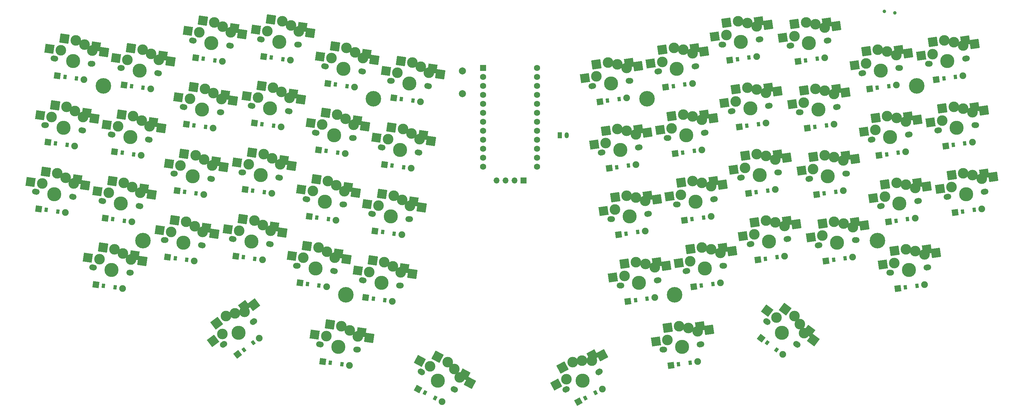
<source format=gbs>
%TF.GenerationSoftware,KiCad,Pcbnew,8.0.1*%
%TF.CreationDate,2024-04-17T22:25:28+02:00*%
%TF.ProjectId,shockboard,73686f63-6b62-46f6-9172-642e6b696361,v1.0.0*%
%TF.SameCoordinates,Original*%
%TF.FileFunction,Soldermask,Bot*%
%TF.FilePolarity,Negative*%
%FSLAX46Y46*%
G04 Gerber Fmt 4.6, Leading zero omitted, Abs format (unit mm)*
G04 Created by KiCad (PCBNEW 8.0.1) date 2024-04-17 22:25:28*
%MOMM*%
%LPD*%
G01*
G04 APERTURE LIST*
G04 Aperture macros list*
%AMRotRect*
0 Rectangle, with rotation*
0 The origin of the aperture is its center*
0 $1 length*
0 $2 width*
0 $3 Rotation angle, in degrees counterclockwise*
0 Add horizontal line*
21,1,$1,$2,0,0,$3*%
G04 Aperture macros list end*
%ADD10C,1.000000*%
%ADD11C,1.701800*%
%ADD12C,3.000000*%
%ADD13C,3.987800*%
%ADD14RotRect,2.550000X2.500000X8.000000*%
%ADD15C,3.429000*%
%ADD16RotRect,2.600000X2.600000X352.000000*%
%ADD17RotRect,1.778000X1.778000X352.000000*%
%ADD18RotRect,0.900000X1.200000X352.000000*%
%ADD19C,1.905000*%
%ADD20RotRect,2.550000X2.500000X352.000000*%
%ADD21RotRect,1.778000X1.778000X8.000000*%
%ADD22RotRect,0.900000X1.200000X8.000000*%
%ADD23RotRect,2.600000X2.600000X8.000000*%
%ADD24RotRect,1.778000X1.778000X323.000000*%
%ADD25RotRect,0.900000X1.200000X323.000000*%
%ADD26R,1.752600X1.752600*%
%ADD27C,1.752600*%
%ADD28R,1.700000X1.700000*%
%ADD29O,1.700000X1.700000*%
%ADD30C,0.700000*%
%ADD31C,4.400000*%
%ADD32RotRect,2.550000X2.500000X332.000000*%
%ADD33C,2.000000*%
%ADD34RotRect,2.600000X2.600000X332.000000*%
%ADD35RotRect,2.550000X2.500000X28.000000*%
%ADD36RotRect,2.550000X2.500000X323.000000*%
%ADD37RotRect,2.600000X2.600000X37.000000*%
%ADD38RotRect,2.550000X2.500000X37.000000*%
%ADD39R,1.200000X1.700000*%
%ADD40O,1.200000X1.700000*%
%ADD41RotRect,2.600000X2.600000X323.000000*%
%ADD42RotRect,1.778000X1.778000X28.000000*%
%ADD43RotRect,0.900000X1.200000X28.000000*%
%ADD44RotRect,2.600000X2.600000X28.000000*%
%ADD45RotRect,1.778000X1.778000X37.000000*%
%ADD46RotRect,0.900000X1.200000X37.000000*%
%ADD47RotRect,1.778000X1.778000X332.000000*%
%ADD48RotRect,0.900000X1.200000X332.000000*%
G04 APERTURE END LIST*
D10*
X317833939Y-73942213D03*
X320808273Y-74333791D03*
D11*
X317102121Y-128980547D03*
D12*
X318006262Y-126288519D03*
D13*
X322132683Y-128273550D03*
D12*
X323940965Y-122889492D03*
D11*
X327163245Y-127566553D03*
D14*
X314763134Y-126744311D03*
X327210829Y-122429935D03*
D11*
X158168515Y-168080338D03*
D12*
X164443069Y-162953695D03*
D15*
X163614989Y-168845790D03*
D12*
X169088227Y-165828150D03*
D11*
X169061463Y-169611242D03*
D16*
X161199941Y-162497903D03*
X172331356Y-166283942D03*
D11*
X335917213Y-126336259D03*
D12*
X336821354Y-123644231D03*
D13*
X340947775Y-125629262D03*
D12*
X342756057Y-120245204D03*
D11*
X345978337Y-124922265D03*
D14*
X333578226Y-124100023D03*
X346025921Y-119785647D03*
D17*
X78921384Y-129753271D03*
D18*
X81060365Y-130053886D03*
X84328249Y-130513158D03*
D19*
X86467230Y-130813773D03*
D11*
X138870351Y-100612962D03*
D12*
X145144905Y-95486319D03*
D15*
X144316825Y-101378414D03*
D12*
X149790063Y-98360774D03*
D11*
X149763299Y-102143866D03*
D16*
X141901777Y-95030527D03*
X153033192Y-98816566D03*
D11*
X99777241Y-108751458D03*
D12*
X101388381Y-106412925D03*
D13*
X104807803Y-109458455D03*
D12*
X108030083Y-104781395D03*
D11*
X109838365Y-110165452D03*
D20*
X98145253Y-105957133D03*
X111299948Y-105240942D03*
D11*
X254185292Y-90865947D03*
D12*
X255089433Y-88173919D03*
D13*
X259215854Y-90158950D03*
D12*
X261024136Y-84774892D03*
D11*
X264246416Y-89451953D03*
D14*
X251846305Y-88629711D03*
X264294000Y-84315335D03*
D17*
X155364728Y-131913148D03*
D18*
X157503709Y-132213763D03*
X160771593Y-132673035D03*
D19*
X162910574Y-132973650D03*
D21*
X313725295Y-95827875D03*
D22*
X315864276Y-95527260D03*
X319132160Y-95067988D03*
D19*
X321271141Y-94767373D03*
D11*
X299054086Y-140100571D03*
D12*
X303672480Y-133443024D03*
D15*
X304500560Y-139335119D03*
D12*
X308930001Y-134925750D03*
D11*
X309947034Y-138569667D03*
D23*
X300429352Y-133898816D03*
X312173129Y-134469956D03*
D11*
X160049778Y-89451953D03*
D12*
X161660918Y-87113420D03*
D13*
X165080340Y-90158950D03*
D12*
X168302620Y-85481890D03*
D11*
X170110902Y-90865947D03*
D20*
X158417790Y-86657628D03*
X171572485Y-85941437D03*
D11*
X316686209Y-129039002D03*
D12*
X321304603Y-122381455D03*
D15*
X322132683Y-128273550D03*
D12*
X326562124Y-123864181D03*
D11*
X327579157Y-127508098D03*
D23*
X318061475Y-122837247D03*
X329805252Y-123408387D03*
D11*
X335501301Y-126394714D03*
D12*
X340119695Y-119737167D03*
D15*
X340947775Y-125629262D03*
D12*
X345377216Y-121219893D03*
D11*
X346394249Y-124863810D03*
D23*
X336876567Y-120192959D03*
X348620344Y-120764099D03*
D11*
X117409360Y-119813030D03*
D12*
X119020500Y-117474497D03*
D13*
X122439922Y-120520027D03*
D12*
X125662202Y-115842967D03*
D11*
X127470484Y-121227024D03*
D20*
X115777372Y-117018705D03*
X128932067Y-116302514D03*
D24*
X283032512Y-166340026D03*
D25*
X284757564Y-167639948D03*
X287393062Y-169625934D03*
D19*
X289118114Y-170925856D03*
D21*
X245423574Y-155918432D03*
D22*
X247562555Y-155617817D03*
X250830439Y-155158545D03*
D19*
X252969420Y-154857930D03*
D11*
X116993448Y-119754575D03*
D12*
X123268002Y-114627932D03*
D15*
X122439922Y-120520027D03*
D12*
X127913160Y-117502387D03*
D11*
X127886396Y-121285479D03*
D16*
X120024874Y-114172140D03*
X131156289Y-117958179D03*
D17*
X173971058Y-136042839D03*
D18*
X176110039Y-136343454D03*
X179377923Y-136802726D03*
D19*
X181516904Y-137103341D03*
D17*
X115368599Y-143459125D03*
D18*
X117507580Y-143759740D03*
X120775464Y-144219012D03*
D19*
X122914445Y-144519627D03*
D11*
X119637736Y-100939482D03*
D12*
X125912290Y-95812839D03*
D15*
X125084210Y-101704934D03*
D12*
X130557448Y-98687294D03*
D11*
X130530684Y-102470386D03*
D16*
X122669162Y-95357047D03*
X133800577Y-99143086D03*
D11*
X99361329Y-108693003D03*
D12*
X105635883Y-103566360D03*
D15*
X104807803Y-109458455D03*
D12*
X110281041Y-106440815D03*
D11*
X110254277Y-110223907D03*
D16*
X102392755Y-103110568D03*
X113524170Y-106896607D03*
D11*
X170723246Y-150026922D03*
D12*
X172334386Y-147688389D03*
D13*
X175753808Y-150733919D03*
D12*
X178976088Y-146056859D03*
D11*
X180784370Y-151440916D03*
D20*
X169091258Y-147232597D03*
X182245953Y-146516406D03*
D21*
X276860563Y-106562927D03*
D22*
X278999544Y-106262312D03*
X282267428Y-105803040D03*
D19*
X284406409Y-105502425D03*
D11*
X271888608Y-83328774D03*
D12*
X276507002Y-76671227D03*
D15*
X277335082Y-82563322D03*
D12*
X281764523Y-78153953D03*
D11*
X282781556Y-81797870D03*
D23*
X273263874Y-77127019D03*
X285007651Y-77698159D03*
D11*
X136226062Y-119428057D03*
D12*
X142500616Y-114301414D03*
D15*
X141672536Y-120193509D03*
D12*
X147145774Y-117175869D03*
D11*
X147119010Y-120958961D03*
D16*
X139257488Y-113845622D03*
X150388903Y-117631661D03*
D26*
X204528096Y-89920735D03*
D27*
X204528096Y-92460735D03*
X204528096Y-95000735D03*
X204528097Y-97540735D03*
X204528096Y-100080735D03*
X204528093Y-102620735D03*
X204528093Y-105160735D03*
X204528096Y-107700735D03*
X204528097Y-110240735D03*
X204528096Y-112780735D03*
X204528096Y-115320735D03*
X204528096Y-117860735D03*
X219768096Y-89920735D03*
X219768096Y-92460735D03*
X219768096Y-95000735D03*
X219768095Y-97540735D03*
X219768096Y-100080735D03*
X219768099Y-102620735D03*
X219768099Y-105160735D03*
X219768096Y-107700735D03*
X219768095Y-110240735D03*
X219768096Y-112780735D03*
X219768096Y-115320735D03*
X219768096Y-117860735D03*
D28*
X215948096Y-121716737D03*
D29*
X213408098Y-121716735D03*
X210868096Y-121716735D03*
X208328096Y-121716735D03*
D11*
X291121219Y-83655288D03*
D12*
X295739613Y-76997741D03*
D15*
X296567693Y-82889836D03*
D12*
X300997134Y-78480467D03*
D11*
X302014167Y-82124384D03*
D23*
X292496485Y-77453533D03*
X304240262Y-78024673D03*
D17*
X100380767Y-113582467D03*
D18*
X102519748Y-113883082D03*
X105787632Y-114342354D03*
D19*
X107926613Y-114642969D03*
D11*
X141930553Y-81856328D03*
D12*
X143541693Y-79517795D03*
D13*
X146961115Y-82563325D03*
D12*
X150183395Y-77886265D03*
D11*
X151991677Y-83270322D03*
D20*
X140298565Y-79062003D03*
X153453260Y-78345812D03*
D11*
X296409796Y-121285479D03*
D12*
X301028190Y-114627932D03*
D15*
X301856270Y-120520027D03*
D12*
X306285711Y-116110658D03*
D11*
X307302744Y-119754575D03*
D23*
X297785062Y-115083724D03*
X309528839Y-115654864D03*
D11*
X178656113Y-93581643D03*
D12*
X180267253Y-91243110D03*
D13*
X183686675Y-94288640D03*
D12*
X186908955Y-89611580D03*
D11*
X188717237Y-94995637D03*
D20*
X177024125Y-90787318D03*
X190178820Y-90071127D03*
D11*
X158584427Y-168138793D03*
D12*
X160195567Y-165800260D03*
D13*
X163614989Y-168845790D03*
D12*
X166837269Y-164168730D03*
D11*
X168645551Y-169552787D03*
D20*
X156952439Y-165344468D03*
X170107134Y-164628277D03*
D30*
X314294847Y-138968449D03*
X314611041Y-137745818D03*
X314935794Y-140056561D03*
X315699153Y-137104871D03*
D31*
X315928789Y-138738813D03*
D30*
X316158425Y-140372755D03*
X316921784Y-137421065D03*
X317246537Y-139731808D03*
X317562731Y-138509177D03*
D17*
X123301463Y-87013845D03*
D18*
X125440444Y-87314460D03*
X128708328Y-87773732D03*
D19*
X130847309Y-88074347D03*
D17*
X134601208Y-143132611D03*
D18*
X136740189Y-143433226D03*
X140008073Y-143892498D03*
D19*
X142147054Y-144193113D03*
D11*
X333272922Y-107521166D03*
D12*
X334177063Y-104829138D03*
D13*
X338303484Y-106814169D03*
D12*
X340111766Y-101430111D03*
D11*
X343334046Y-106107172D03*
D14*
X330933935Y-105284930D03*
X343381630Y-100970554D03*
D11*
X240451623Y-132684279D03*
D12*
X245070017Y-126026732D03*
D15*
X245898097Y-131918827D03*
D12*
X250327538Y-127509458D03*
D11*
X251344571Y-131153375D03*
D23*
X241826889Y-126482524D03*
X253570666Y-127053664D03*
D17*
X159187953Y-172969801D03*
D18*
X161326934Y-173270416D03*
X164594818Y-173729688D03*
D19*
X166733799Y-174030303D03*
D21*
X274216271Y-87747834D03*
D22*
X276355252Y-87447219D03*
X279623136Y-86987947D03*
D19*
X281762117Y-86687332D03*
D11*
X187219401Y-175991724D03*
D12*
X189533202Y-174345267D03*
D13*
X191704775Y-178376640D03*
D12*
X196332377Y-175083724D03*
D11*
X196190149Y-180761556D03*
D32*
X186641549Y-172807747D03*
X199247870Y-176633919D03*
D21*
X282149138Y-144193115D03*
D22*
X284288119Y-143892500D03*
X287556003Y-143433228D03*
D19*
X289694984Y-143132613D03*
D30*
X164051247Y-153885913D03*
X164692194Y-152797801D03*
X164367441Y-155108544D03*
X165914825Y-152481607D03*
D31*
X165685189Y-154115549D03*
D30*
X165455553Y-155749491D03*
X167002937Y-153122554D03*
X166678184Y-155433297D03*
X167319131Y-154345185D03*
D11*
X102421529Y-89936367D03*
D12*
X104032669Y-87597834D03*
D13*
X107452091Y-90643364D03*
D12*
X110674371Y-85966304D03*
D11*
X112482653Y-91350361D03*
D20*
X100789541Y-87142042D03*
X113944236Y-86425851D03*
D33*
X198648098Y-90724043D03*
X198648098Y-97224043D03*
D11*
X293765509Y-102470383D03*
D12*
X298383903Y-95812836D03*
D15*
X299211983Y-101704931D03*
D12*
X303641424Y-97295562D03*
D11*
X304658457Y-100939479D03*
D23*
X295140775Y-96268628D03*
X306884552Y-96839768D03*
D11*
X262118159Y-147311228D03*
D12*
X263022300Y-144619200D03*
D13*
X267148721Y-146604231D03*
D12*
X268957003Y-141220173D03*
D11*
X272179283Y-145897234D03*
D14*
X259779172Y-145074992D03*
X272226867Y-140760616D03*
D11*
X274948806Y-102085412D03*
D12*
X275852947Y-99393384D03*
D13*
X279979368Y-101378415D03*
D12*
X281787650Y-95994357D03*
D11*
X285009930Y-100671418D03*
D14*
X272609819Y-99849176D03*
X285057514Y-95534800D03*
D11*
X272304520Y-83270319D03*
D12*
X273208661Y-80578291D03*
D13*
X277335082Y-82563322D03*
D12*
X279143364Y-77179264D03*
D11*
X282365644Y-81856325D03*
D14*
X269965533Y-81034083D03*
X282413228Y-76719707D03*
D11*
X274532894Y-102143867D03*
D12*
X279151288Y-95486320D03*
D15*
X279979368Y-101378415D03*
D12*
X284408809Y-96969046D03*
D11*
X285425842Y-100612963D03*
D23*
X275908160Y-95942112D03*
X287651937Y-96513252D03*
D11*
X314041919Y-110223907D03*
D12*
X318660313Y-103566360D03*
D15*
X319488393Y-109458455D03*
D12*
X323917834Y-105049086D03*
D11*
X324934867Y-108693003D03*
D23*
X315417185Y-104022152D03*
X327160962Y-104593292D03*
D11*
X170307334Y-149968467D03*
D12*
X176581888Y-144841824D03*
D15*
X175753808Y-150733919D03*
D12*
X181227046Y-147716279D03*
D11*
X181200282Y-151499371D03*
D16*
X173338760Y-144386032D03*
X184470175Y-148172071D03*
D21*
X257562398Y-174030299D03*
D22*
X259701379Y-173729684D03*
X262969263Y-173270412D03*
D19*
X265108244Y-172969797D03*
D11*
X259057957Y-128554590D03*
D12*
X263676351Y-121897043D03*
D15*
X264504431Y-127789138D03*
D12*
X268933872Y-123379769D03*
D11*
X269950905Y-127023686D03*
D23*
X260433223Y-122352835D03*
X272177000Y-122923975D03*
D11*
X186848563Y-175794546D03*
D12*
X194498131Y-173123102D03*
D15*
X191704775Y-178376640D03*
D12*
X197880031Y-177412944D03*
D11*
X196560987Y-180958734D03*
D34*
X191606477Y-171585582D03*
X200771685Y-178950464D03*
D21*
X335184678Y-111998677D03*
D22*
X337323659Y-111698062D03*
X340591543Y-111238790D03*
D19*
X342730524Y-110938175D03*
D21*
X301381752Y-144519630D03*
D22*
X303520733Y-144219015D03*
X306788617Y-143759743D03*
D19*
X308927598Y-143459128D03*
D11*
X159633866Y-89393498D03*
D12*
X165908420Y-84266855D03*
D15*
X165080340Y-90158950D03*
D12*
X170553578Y-87141310D03*
D11*
X170526814Y-90924402D03*
D16*
X162665292Y-83811063D03*
X173796707Y-87597102D03*
D21*
X240134998Y-118288248D03*
D22*
X242273979Y-117987633D03*
X245541863Y-117528361D03*
D19*
X247680844Y-117227746D03*
D11*
X80546233Y-106048715D03*
D12*
X86820787Y-100922072D03*
D15*
X85992707Y-106814167D03*
D12*
X91465945Y-103796527D03*
D11*
X91439181Y-107579619D03*
D16*
X83577659Y-100466280D03*
X94709074Y-104252319D03*
D11*
X228106044Y-180761560D03*
D12*
X228034930Y-177922644D03*
D13*
X232591418Y-178376644D03*
D12*
X232449189Y-172698812D03*
D11*
X237076792Y-175991728D03*
D35*
X225143277Y-179460163D03*
X235364682Y-171148617D03*
D11*
X296825708Y-121227024D03*
D12*
X297729849Y-118534996D03*
D13*
X301856270Y-120520027D03*
D12*
X303664552Y-115135969D03*
D11*
X306886832Y-119813030D03*
D14*
X294486721Y-118990788D03*
X306934416Y-114676412D03*
D11*
X277177185Y-120958962D03*
D12*
X281795579Y-114301415D03*
D15*
X282623659Y-120193510D03*
D12*
X287053100Y-115784141D03*
D11*
X288070133Y-119428058D03*
D23*
X278552451Y-114757207D03*
X290296228Y-115328347D03*
D11*
X311397632Y-91408816D03*
D12*
X316016026Y-84751269D03*
D15*
X316844106Y-90643364D03*
D12*
X321273547Y-86233995D03*
D11*
X322290580Y-89877912D03*
D23*
X312772898Y-85207061D03*
X324516675Y-85778201D03*
D21*
X256097043Y-95343461D03*
D22*
X258236024Y-95042846D03*
X261503908Y-94583574D03*
D19*
X263642889Y-94282959D03*
D11*
X256413668Y-109739498D03*
D12*
X261032062Y-103081951D03*
D15*
X261860142Y-108974046D03*
D12*
X266289583Y-104564677D03*
D11*
X267306616Y-108208594D03*
D23*
X257788934Y-103537743D03*
X269532711Y-104108883D03*
D11*
X243095914Y-151499376D03*
D12*
X247714308Y-144841829D03*
D15*
X248542388Y-150733924D03*
D12*
X252971829Y-146324555D03*
D11*
X253988862Y-149968472D03*
D23*
X244471180Y-145297621D03*
X256214957Y-145868761D03*
D11*
X154761202Y-127082138D03*
D12*
X156372342Y-124743605D03*
D13*
X159791764Y-127789135D03*
D12*
X163014044Y-123112075D03*
D11*
X164822326Y-128496132D03*
D20*
X153129214Y-124287813D03*
X166283909Y-123571622D03*
D11*
X284846774Y-161822136D03*
D12*
X287389649Y-160557907D03*
D13*
X288903842Y-164879356D03*
D12*
X293989597Y-162350896D03*
D11*
X292960910Y-167936576D03*
D36*
X284774120Y-158586962D03*
X296626691Y-164338091D03*
D11*
X130999853Y-168189337D03*
D12*
X131811549Y-160127473D03*
D15*
X135392348Y-164879354D03*
D12*
X137128718Y-158875398D03*
D11*
X139784843Y-161569371D03*
D37*
X129196016Y-162098418D03*
X139744251Y-156904452D03*
D11*
X156989577Y-108208593D03*
D12*
X163264131Y-103081950D03*
D15*
X162436051Y-108974045D03*
D12*
X167909289Y-105956405D03*
D11*
X167882525Y-109739497D03*
D16*
X160021003Y-102626158D03*
X171152418Y-106412197D03*
D11*
X314457831Y-110165452D03*
D12*
X315361972Y-107473424D03*
D13*
X319488393Y-109458455D03*
D12*
X321296675Y-104074397D03*
D11*
X324518955Y-108751458D03*
D14*
X312118844Y-107929216D03*
X324566539Y-103614840D03*
D11*
X97132953Y-127566554D03*
D12*
X98744093Y-125228021D03*
D13*
X102163515Y-128273551D03*
D12*
X105385795Y-123596491D03*
D11*
X107194077Y-128980548D03*
D20*
X95500965Y-124772229D03*
X108655660Y-124056038D03*
D11*
X256829580Y-109681043D03*
D12*
X257733721Y-106989015D03*
D13*
X261860142Y-108974046D03*
D12*
X263668424Y-103589988D03*
D11*
X266890704Y-108267049D03*
D14*
X254490593Y-107444807D03*
X266938288Y-103130431D03*
D11*
X255650641Y-169552787D03*
D12*
X256554782Y-166860759D03*
D13*
X260681203Y-168845790D03*
D12*
X262489485Y-163461732D03*
D11*
X265711765Y-168138793D03*
D14*
X253311654Y-167316551D03*
X265759349Y-163002175D03*
D11*
X141514641Y-81797873D03*
D12*
X147789195Y-76671230D03*
D15*
X146961115Y-82563325D03*
D12*
X152434353Y-79545685D03*
D11*
X152407589Y-83328777D03*
D16*
X144546067Y-76215438D03*
X155677482Y-80001477D03*
D11*
X173367534Y-131211835D03*
D12*
X174978674Y-128873302D03*
D13*
X178398096Y-131918832D03*
D12*
X181620376Y-127241772D03*
D11*
X183428658Y-132625829D03*
D20*
X171735546Y-128417510D03*
X184890241Y-127701319D03*
D11*
X94072748Y-146323193D03*
D12*
X100347302Y-141196550D03*
D15*
X99519222Y-147088645D03*
D12*
X104992460Y-144071005D03*
D11*
X104965696Y-147854097D03*
D16*
X97104174Y-140740758D03*
X108235589Y-144526797D03*
D11*
X122697940Y-82182840D03*
D12*
X124309080Y-79844307D03*
D13*
X127728502Y-82889837D03*
D12*
X130950782Y-78212777D03*
D11*
X132759064Y-83596834D03*
D20*
X121065952Y-79388515D03*
X134220647Y-78672324D03*
D17*
X142534075Y-86687332D03*
D18*
X144673056Y-86987947D03*
X147940940Y-87447219D03*
D19*
X150079921Y-87747834D03*
D30*
X106733459Y-138509177D03*
X107374406Y-137421065D03*
X107049653Y-139731808D03*
X108597037Y-137104871D03*
D31*
X108367401Y-138738813D03*
D30*
X108137765Y-140372755D03*
X109685149Y-137745818D03*
X109360396Y-140056561D03*
X110001343Y-138968449D03*
D17*
X81565671Y-110938177D03*
D18*
X83704652Y-111238792D03*
X86972536Y-111698064D03*
D19*
X89111517Y-111998679D03*
D11*
X131335280Y-167936574D03*
D12*
X130820936Y-165143736D03*
D13*
X135392348Y-164879354D03*
D12*
X134363662Y-159293675D03*
D11*
X139449416Y-161822134D03*
D38*
X128205405Y-167114679D03*
X137000756Y-157306482D03*
D17*
X171326771Y-154857930D03*
D18*
X173465752Y-155158545D03*
X176733636Y-155617817D03*
D19*
X178872617Y-155918432D03*
D11*
X152116911Y-145897232D03*
D12*
X153728051Y-143558699D03*
D13*
X157147473Y-146604229D03*
D12*
X160369753Y-141927169D03*
D11*
X162178035Y-147311226D03*
D20*
X150484923Y-143102907D03*
X163639618Y-142386716D03*
D39*
X226148094Y-108974045D03*
D40*
X228148094Y-108974045D03*
D17*
X118012884Y-124644038D03*
D18*
X120151865Y-124944653D03*
X123419749Y-125403925D03*
D19*
X125558730Y-125704540D03*
D17*
X152720440Y-150728237D03*
D18*
X154859421Y-151028852D03*
X158127305Y-151488124D03*
D19*
X160266286Y-151788739D03*
D17*
X84209958Y-92123084D03*
D18*
X86348939Y-92423699D03*
X89616823Y-92882971D03*
D19*
X91755804Y-93183586D03*
D11*
X237807336Y-113869187D03*
D12*
X242425730Y-107211640D03*
D15*
X243253810Y-113103735D03*
D12*
X247683251Y-108694366D03*
D11*
X248700284Y-112338283D03*
D23*
X239182602Y-107667432D03*
X250926379Y-108238572D03*
D11*
X261702247Y-147369683D03*
D12*
X266320641Y-140712136D03*
D15*
X267148721Y-146604231D03*
D12*
X271578162Y-142194862D03*
D11*
X272595195Y-145838779D03*
D23*
X263077513Y-141167928D03*
X274821290Y-141739068D03*
D11*
X136641974Y-119486512D03*
D12*
X138253114Y-117147979D03*
D13*
X141672536Y-120193509D03*
D12*
X144894816Y-115516449D03*
D11*
X146703098Y-120900506D03*
D20*
X135009986Y-116692187D03*
X148164681Y-115975996D03*
D17*
X95092187Y-151212651D03*
D18*
X97231168Y-151513266D03*
X100499052Y-151972538D03*
D19*
X102638033Y-152273153D03*
D21*
X293448883Y-88074345D03*
D22*
X295587864Y-87773730D03*
X298855748Y-87314458D03*
D19*
X300994729Y-87013843D03*
D17*
X176615351Y-117227745D03*
D18*
X178754332Y-117528360D03*
X182022216Y-117987632D03*
D19*
X184161197Y-118288247D03*
D11*
X114349156Y-138569667D03*
D12*
X120623710Y-133443024D03*
D15*
X119795630Y-139335119D03*
D12*
X125268868Y-136317479D03*
D11*
X125242104Y-140100571D03*
D16*
X117380582Y-132987232D03*
X128511997Y-136773271D03*
D17*
X120657172Y-105828938D03*
D18*
X122796153Y-106129553D03*
X126064037Y-106588825D03*
D19*
X128203018Y-106889440D03*
D11*
X238223248Y-113810732D03*
D12*
X239127389Y-111118704D03*
D13*
X243253810Y-113103735D03*
D12*
X245062092Y-107719677D03*
D11*
X248284372Y-112396738D03*
D14*
X235884261Y-111574496D03*
X248331956Y-107260120D03*
D21*
X261385623Y-132973648D03*
D22*
X263524604Y-132673033D03*
X266792488Y-132213761D03*
D19*
X268931469Y-131913146D03*
D11*
X151700999Y-145838777D03*
D12*
X157975553Y-140712134D03*
D15*
X157147473Y-146604229D03*
D12*
X162620711Y-143586589D03*
D11*
X162593947Y-147369681D03*
D16*
X154732425Y-140256342D03*
X165863840Y-144042381D03*
D11*
X299469998Y-140042116D03*
D12*
X300374139Y-137350088D03*
D13*
X304500560Y-139335119D03*
D12*
X306308842Y-133951061D03*
D11*
X309531122Y-138628122D03*
D14*
X297131011Y-137805880D03*
X309578706Y-133491504D03*
D11*
X279821472Y-139774056D03*
D12*
X284439866Y-133116509D03*
D15*
X285267946Y-139008604D03*
D12*
X289697387Y-134599235D03*
D11*
X290714420Y-138243152D03*
D23*
X281196738Y-133572301D03*
X292940515Y-134143441D03*
D21*
X332540389Y-93183588D03*
D22*
X334679370Y-92882973D03*
X337947254Y-92423701D03*
D19*
X340086235Y-92123086D03*
D21*
X237490713Y-99473154D03*
D22*
X239629694Y-99172539D03*
X242897578Y-98713267D03*
D19*
X245036559Y-98412652D03*
D17*
X179259637Y-98412650D03*
D18*
X181398618Y-98713265D03*
X184666502Y-99172537D03*
D19*
X186805483Y-99473152D03*
D11*
X122282028Y-82124385D03*
D12*
X128556582Y-76997742D03*
D15*
X127728502Y-82889837D03*
D12*
X133201740Y-79872197D03*
D11*
X133174976Y-83655289D03*
D16*
X125313454Y-76541950D03*
X136444869Y-80327989D03*
D11*
X243511826Y-151440921D03*
D12*
X244415967Y-148748893D03*
D13*
X248542388Y-150733924D03*
D12*
X250350670Y-145349866D03*
D11*
X253572950Y-150026927D03*
D14*
X241172839Y-149204685D03*
X253620534Y-144890309D03*
D30*
X256977063Y-154345186D03*
X257293257Y-153122555D03*
X257618010Y-155433298D03*
X258381369Y-152481608D03*
D31*
X258611005Y-154115550D03*
D30*
X258840641Y-155749492D03*
X259604000Y-152797802D03*
X259928753Y-155108545D03*
X260244947Y-153885914D03*
D11*
X330628633Y-88706073D03*
D12*
X331532774Y-86014045D03*
D13*
X335659195Y-87999076D03*
D12*
X337467477Y-82615018D03*
D11*
X340689757Y-87292079D03*
D14*
X328289646Y-86469837D03*
X340737341Y-82155461D03*
D11*
X77901944Y-124863811D03*
D12*
X84176498Y-119737168D03*
D15*
X83348418Y-125629263D03*
D12*
X88821656Y-122611623D03*
D11*
X88794892Y-126394715D03*
D16*
X80933370Y-119281376D03*
X92064785Y-123067415D03*
D11*
X319746408Y-147795639D03*
D12*
X320650549Y-145103611D03*
D13*
X324776970Y-147088642D03*
D12*
X326585252Y-141704584D03*
D11*
X329807532Y-146381645D03*
D14*
X317407421Y-145559403D03*
X329855116Y-141245027D03*
D17*
X137245500Y-124317516D03*
D18*
X139384481Y-124618131D03*
X142652365Y-125077403D03*
D19*
X144791346Y-125378018D03*
D21*
X258741333Y-114158554D03*
D22*
X260880314Y-113857939D03*
X264148198Y-113398667D03*
D19*
X266287179Y-113098052D03*
D11*
X114765068Y-138628122D03*
D12*
X116376208Y-136289589D03*
D13*
X119795630Y-139335119D03*
D12*
X123017910Y-134658059D03*
D11*
X124826192Y-140042116D03*
D20*
X113133080Y-135833797D03*
X126287775Y-135117606D03*
D17*
X97736474Y-132397558D03*
D18*
X99875455Y-132698173D03*
X103143339Y-133157445D03*
D19*
X105282320Y-133458060D03*
D11*
X120053648Y-100997937D03*
D12*
X121664788Y-98659404D03*
D13*
X125084210Y-101704934D03*
D12*
X128306490Y-97027874D03*
D11*
X130114772Y-102411931D03*
D20*
X118421660Y-98203612D03*
X131576355Y-97487421D03*
D11*
X172951622Y-131153380D03*
D12*
X179226176Y-126026737D03*
D15*
X178398096Y-131918832D03*
D12*
X183871334Y-128901192D03*
D11*
X183844570Y-132684284D03*
D16*
X175983048Y-125570945D03*
X187114463Y-129356984D03*
D17*
X160653306Y-94282962D03*
D18*
X162792287Y-94583577D03*
X166060171Y-95042849D03*
D19*
X168199152Y-95343464D03*
D11*
X291537131Y-83596833D03*
D12*
X292441272Y-80904805D03*
D13*
X296567693Y-82889836D03*
D12*
X298375975Y-77505778D03*
D11*
X301598255Y-82182839D03*
D14*
X289198144Y-81360597D03*
X301645839Y-77046221D03*
D21*
X319013872Y-133458060D03*
D22*
X321152853Y-133157445D03*
X324420737Y-132698173D03*
D19*
X326559718Y-132397558D03*
D30*
X95617316Y-94736110D03*
X96258263Y-93647998D03*
X95933510Y-95958741D03*
X97480894Y-93331804D03*
D31*
X97251258Y-94965746D03*
D30*
X97021622Y-96599688D03*
X98569006Y-93972751D03*
X98244253Y-96283494D03*
X98885200Y-95195382D03*
D11*
X83606439Y-87292074D03*
D12*
X85217579Y-84953541D03*
D13*
X88637001Y-87999071D03*
D12*
X91859281Y-83322011D03*
D11*
X93667563Y-88706068D03*
D20*
X81974451Y-84497749D03*
X95129146Y-83781558D03*
D11*
X133997686Y-138301605D03*
D12*
X135608826Y-135963072D03*
D13*
X139028248Y-139008602D03*
D12*
X142250528Y-134331542D03*
D11*
X144058810Y-139715599D03*
D20*
X132365698Y-135507280D03*
X145520393Y-134791089D03*
D11*
X255234729Y-169611242D03*
D12*
X259853123Y-162953695D03*
D15*
X260681203Y-168845790D03*
D12*
X265110644Y-164436421D03*
D11*
X266127677Y-168080338D03*
D23*
X256609995Y-163409487D03*
X268353772Y-163980627D03*
D11*
X240867535Y-132625824D03*
D12*
X241771676Y-129933796D03*
D13*
X245898097Y-131918827D03*
D12*
X247706379Y-126534769D03*
D11*
X250928659Y-131211830D03*
D14*
X238528548Y-130389588D03*
X250976243Y-126075212D03*
D11*
X235163046Y-95054095D03*
D12*
X239781440Y-88396548D03*
D15*
X240609520Y-94288643D03*
D12*
X245038961Y-89879274D03*
D11*
X246055994Y-93523191D03*
D23*
X236538312Y-88852340D03*
X248282089Y-89423480D03*
D21*
X296093173Y-106889440D03*
D22*
X298232154Y-106588825D03*
X301500038Y-106129553D03*
D19*
X303639019Y-105828938D03*
D11*
X94488660Y-146381648D03*
D12*
X96099800Y-144043115D03*
D13*
X99519222Y-147088645D03*
D12*
X102741502Y-142411585D03*
D11*
X104549784Y-147795642D03*
D20*
X92856672Y-143587323D03*
X106011367Y-142871132D03*
D11*
X284511347Y-161569373D03*
D12*
X292484641Y-160127475D03*
D15*
X288903842Y-164879356D03*
D12*
X295153825Y-164893550D03*
D11*
X293296337Y-168189339D03*
D41*
X289869108Y-158156532D03*
X297769356Y-166864492D03*
D30*
X171851903Y-98381391D03*
X172492850Y-97293279D03*
X172168097Y-99604022D03*
X173715481Y-96977085D03*
D31*
X173485845Y-98611027D03*
D30*
X173256209Y-100244969D03*
X174803593Y-97618032D03*
X174478840Y-99928775D03*
X175119787Y-98840663D03*
D21*
X337828968Y-130813771D03*
D22*
X339967949Y-130513156D03*
X343235833Y-130053884D03*
D19*
X345374814Y-129753269D03*
D11*
X176011822Y-112396739D03*
D12*
X177622962Y-110058206D03*
D13*
X181042384Y-113103736D03*
D12*
X184264664Y-108426676D03*
D11*
X186072946Y-113810733D03*
D20*
X174379834Y-109602414D03*
X187534529Y-108886223D03*
D11*
X253769380Y-90924402D03*
D12*
X258387774Y-84266855D03*
D15*
X259215854Y-90158950D03*
D12*
X263645295Y-85749581D03*
D11*
X264662328Y-89393498D03*
D23*
X255144646Y-84722647D03*
X266888423Y-85293787D03*
D30*
X325410993Y-95195384D03*
X325727187Y-93972753D03*
X326051940Y-96283496D03*
X326815299Y-93331806D03*
D31*
X327044935Y-94965748D03*
D30*
X327274571Y-96599690D03*
X328037930Y-93648000D03*
X328362683Y-95958743D03*
X328678877Y-94736112D03*
D21*
X279504847Y-125378019D03*
D22*
X281643828Y-125077404D03*
X284911712Y-124618132D03*
D19*
X287050693Y-124317517D03*
D21*
X316369584Y-114642967D03*
D22*
X318508565Y-114342352D03*
X321776449Y-113883080D03*
D19*
X323915430Y-113582465D03*
D17*
X158009015Y-113098052D03*
D18*
X160147996Y-113398667D03*
X163415880Y-113857939D03*
D19*
X165554861Y-114158554D03*
D21*
X242779285Y-137103339D03*
D22*
X244918266Y-136802724D03*
X248186150Y-136343452D03*
D19*
X250325131Y-136042837D03*
D11*
X96717041Y-127508099D03*
D12*
X102991595Y-122381456D03*
D15*
X102163515Y-128273551D03*
D12*
X107636753Y-125255911D03*
D11*
X107609989Y-129039003D03*
D16*
X99748467Y-121925664D03*
X110879882Y-125711703D03*
D21*
X298737464Y-125704537D03*
D22*
X300876445Y-125403922D03*
X304144329Y-124944650D03*
D19*
X306283310Y-124644035D03*
D11*
X175595910Y-112338284D03*
D12*
X181870464Y-107211641D03*
D15*
X181042384Y-113103736D03*
D12*
X186515622Y-110086096D03*
D11*
X186488858Y-113869188D03*
D16*
X178627336Y-106755849D03*
X189758751Y-110541888D03*
D11*
X280237384Y-139715601D03*
D12*
X281141525Y-137023573D03*
D13*
X285267946Y-139008604D03*
D12*
X287076228Y-133624546D03*
D11*
X290298508Y-138301607D03*
D14*
X277898397Y-137479365D03*
X290346092Y-133164989D03*
D11*
X319330496Y-147854094D03*
D12*
X323948890Y-141196547D03*
D15*
X324776970Y-147088642D03*
D12*
X329206411Y-142679273D03*
D11*
X330223444Y-146323190D03*
D23*
X320705762Y-141652339D03*
X332449539Y-142223479D03*
D11*
X330212721Y-88764528D03*
D12*
X334831115Y-82106981D03*
D15*
X335659195Y-87999076D03*
D12*
X340088636Y-83589707D03*
D11*
X341105669Y-87233624D03*
D23*
X331587987Y-82562773D03*
X343331764Y-83133913D03*
D21*
X321658159Y-152273154D03*
D22*
X323797140Y-151972539D03*
X327065024Y-151513267D03*
D19*
X329204005Y-151212652D03*
D11*
X139286263Y-100671417D03*
D12*
X140897403Y-98332884D03*
D13*
X144316825Y-101378414D03*
D12*
X147539105Y-96701354D03*
D11*
X149347387Y-102085411D03*
D20*
X137654275Y-97877092D03*
X150808970Y-97160901D03*
D42*
X231433908Y-184315181D03*
D43*
X233341072Y-183301122D03*
X236254804Y-181751866D03*
D19*
X238161968Y-180737807D03*
D11*
X157405489Y-108267048D03*
D12*
X159016629Y-105928515D03*
D13*
X162436051Y-108974045D03*
D12*
X165658331Y-104296985D03*
D11*
X167466613Y-109681042D03*
D20*
X155773501Y-105472723D03*
X168928196Y-104756532D03*
D11*
X235578958Y-94995640D03*
D12*
X236483099Y-92303612D03*
D13*
X240609520Y-94288643D03*
D12*
X242417802Y-88904585D03*
D11*
X245640082Y-93581646D03*
D14*
X233239971Y-92759404D03*
X245687666Y-88445028D03*
D11*
X259473869Y-128496135D03*
D12*
X260378010Y-125804107D03*
D13*
X264504431Y-127789138D03*
D12*
X266312713Y-122405080D03*
D11*
X269534993Y-127082141D03*
D14*
X257134882Y-126259899D03*
X269582577Y-121945523D03*
D30*
X249176410Y-98840664D03*
X249492604Y-97618033D03*
X249817357Y-99928776D03*
X250580716Y-96977086D03*
D31*
X250810352Y-98611028D03*
D30*
X251039988Y-100244970D03*
X251803347Y-97293280D03*
X252128100Y-99604023D03*
X252444294Y-98381392D03*
D11*
X294181421Y-102411928D03*
D12*
X295085562Y-99719900D03*
D13*
X299211983Y-101704931D03*
D12*
X301020265Y-96320873D03*
D11*
X304242545Y-100997934D03*
D14*
X291842434Y-100175692D03*
X304290129Y-95861316D03*
D11*
X154345290Y-127023683D03*
D12*
X160619844Y-121897040D03*
D15*
X159791764Y-127789135D03*
D12*
X165265002Y-124771495D03*
D11*
X165238238Y-128554587D03*
D16*
X157376716Y-121441248D03*
X168508131Y-125227287D03*
D11*
X78317856Y-124922266D03*
D12*
X79928996Y-122583733D03*
D13*
X83348418Y-125629263D03*
D12*
X86570698Y-120952203D03*
D11*
X88378980Y-126336260D03*
D20*
X76685868Y-122127941D03*
X89840563Y-121411750D03*
D11*
X102005617Y-89877912D03*
D12*
X108280171Y-84751269D03*
D15*
X107452091Y-90643364D03*
D12*
X112925329Y-87625724D03*
D11*
X112898565Y-91408816D03*
D16*
X105037043Y-84295477D03*
X116168458Y-88081516D03*
D11*
X133581774Y-138243150D03*
D12*
X139856328Y-133116507D03*
D15*
X139028248Y-139008602D03*
D12*
X144501486Y-135990962D03*
D11*
X144474722Y-139774054D03*
D16*
X136613200Y-132660715D03*
X147744615Y-136446754D03*
D11*
X311813544Y-91350361D03*
D12*
X312717685Y-88658333D03*
D13*
X316844106Y-90643364D03*
D12*
X318652388Y-85259306D03*
D11*
X321874668Y-89936367D03*
D14*
X309474557Y-89114125D03*
X321922252Y-84799749D03*
D11*
X227735206Y-180958738D03*
D12*
X229798062Y-173123106D03*
D15*
X232591418Y-178376644D03*
D12*
X235245638Y-172718233D03*
D11*
X237447630Y-175794550D03*
D44*
X226906409Y-174660625D03*
X238137291Y-171180713D03*
D11*
X178240201Y-93523188D03*
D12*
X184514755Y-88396545D03*
D15*
X183686675Y-94288640D03*
D12*
X189159913Y-91271000D03*
D11*
X189133149Y-95054092D03*
D16*
X181271627Y-87940753D03*
X192403042Y-91726792D03*
D11*
X83190527Y-87233619D03*
D12*
X89465081Y-82106976D03*
D15*
X88637001Y-87999071D03*
D12*
X94110239Y-84981431D03*
D11*
X94083475Y-88764523D03*
D16*
X86221953Y-81651184D03*
X97353368Y-85437223D03*
D11*
X80962145Y-106107170D03*
D12*
X82573285Y-103768637D03*
D13*
X85992707Y-106814167D03*
D12*
X89214987Y-102137107D03*
D11*
X91023269Y-107521164D03*
D20*
X79330157Y-103312845D03*
X92484852Y-102596654D03*
D17*
X139889787Y-105502423D03*
D18*
X142028768Y-105803038D03*
X145296652Y-106262310D03*
D19*
X147435633Y-106562925D03*
D11*
X277593097Y-120900507D03*
D12*
X278497238Y-118208479D03*
D13*
X282623659Y-120193510D03*
D12*
X284431941Y-114809452D03*
D11*
X287654221Y-119486513D03*
D14*
X275254110Y-118664271D03*
X287701805Y-114349895D03*
D21*
X264029909Y-151788742D03*
D22*
X266168890Y-151488127D03*
X269436774Y-151028855D03*
D19*
X271575755Y-150728240D03*
D11*
X332857010Y-107579621D03*
D12*
X337475404Y-100922074D03*
D15*
X338303484Y-106814169D03*
D12*
X342732925Y-102404800D03*
D11*
X343749958Y-106048717D03*
D23*
X334232276Y-101377866D03*
X345976053Y-101949006D03*
D45*
X135178079Y-170925856D03*
D46*
X136903131Y-169625934D03*
X139538629Y-167639948D03*
D19*
X141263681Y-166340026D03*
D47*
X186134226Y-180737809D03*
D48*
X188041390Y-181751868D03*
X190955122Y-183301124D03*
D19*
X192862286Y-184315183D03*
D17*
X103025051Y-94767372D03*
D18*
X105164032Y-95067987D03*
X108431916Y-95527259D03*
D19*
X110570897Y-95827874D03*
M02*

</source>
